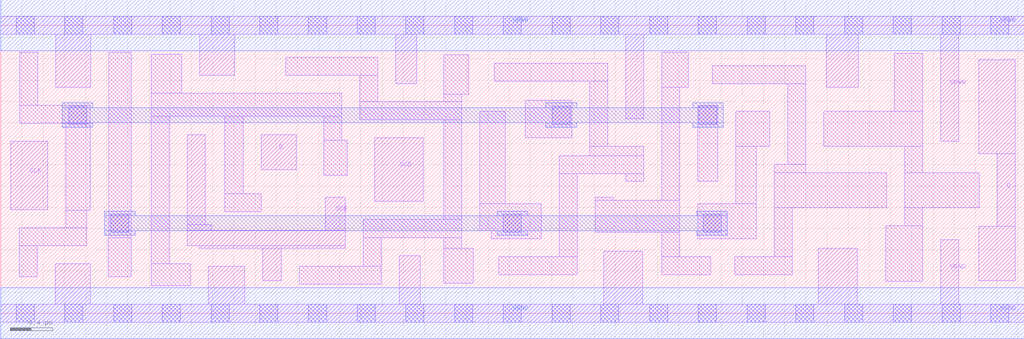
<source format=lef>
# Copyright 2020 The SkyWater PDK Authors
#
# Licensed under the Apache License, Version 2.0 (the "License");
# you may not use this file except in compliance with the License.
# You may obtain a copy of the License at
#
#     https://www.apache.org/licenses/LICENSE-2.0
#
# Unless required by applicable law or agreed to in writing, software
# distributed under the License is distributed on an "AS IS" BASIS,
# WITHOUT WARRANTIES OR CONDITIONS OF ANY KIND, either express or implied.
# See the License for the specific language governing permissions and
# limitations under the License.
#
# SPDX-License-Identifier: Apache-2.0

VERSION 5.7 ;
  NAMESCASESENSITIVE ON ;
  NOWIREEXTENSIONATPIN ON ;
  DIVIDERCHAR "/" ;
  BUSBITCHARS "[]" ;
UNITS
  DATABASE MICRONS 200 ;
END UNITS
MACRO sky130_fd_sc_hd__sdfxtp_1
  CLASS CORE ;
  SOURCE USER ;
  FOREIGN sky130_fd_sc_hd__sdfxtp_1 ;
  ORIGIN  0.000000  0.000000 ;
  SIZE  9.660000 BY  2.720000 ;
  SYMMETRY X Y R90 ;
  SITE unithd ;
  PIN D
    ANTENNAGATEAREA  0.159000 ;
    DIRECTION INPUT ;
    USE SIGNAL ;
    PORT
      LAYER li1 ;
        RECT 2.460000 1.355000 2.790000 1.685000 ;
    END
  END D
  PIN Q
    ANTENNADIFFAREA  0.429000 ;
    DIRECTION OUTPUT ;
    USE SIGNAL ;
    PORT
      LAYER li1 ;
        RECT 9.230000 0.305000 9.575000 0.820000 ;
        RECT 9.230000 1.505000 9.575000 2.395000 ;
        RECT 9.405000 0.820000 9.575000 1.505000 ;
    END
  END Q
  PIN SCD
    ANTENNAGATEAREA  0.159000 ;
    DIRECTION INPUT ;
    USE SIGNAL ;
    PORT
      LAYER li1 ;
        RECT 3.530000 1.055000 3.990000 1.655000 ;
    END
  END SCD
  PIN SCE
    ANTENNAGATEAREA  0.318000 ;
    DIRECTION INPUT ;
    USE SIGNAL ;
    PORT
      LAYER li1 ;
        RECT 1.760000 0.635000 3.250000 0.785000 ;
        RECT 1.760000 0.785000 1.990000 0.835000 ;
        RECT 1.760000 0.835000 1.930000 1.685000 ;
        RECT 1.870000 0.615000 3.250000 0.635000 ;
        RECT 2.475000 0.305000 2.650000 0.615000 ;
        RECT 3.065000 0.785000 3.250000 1.095000 ;
    END
  END SCE
  PIN CLK
    ANTENNAGATEAREA  0.159000 ;
    DIRECTION INPUT ;
    USE CLOCK ;
    PORT
      LAYER li1 ;
        RECT 0.095000 0.975000 0.445000 1.625000 ;
    END
  END CLK
  PIN VGND
    DIRECTION INOUT ;
    SHAPE ABUTMENT ;
    USE GROUND ;
    PORT
      LAYER li1 ;
        RECT 0.000000 -0.085000 9.660000 0.085000 ;
        RECT 0.515000  0.085000 0.845000 0.465000 ;
        RECT 1.960000  0.085000 2.305000 0.445000 ;
        RECT 3.760000  0.085000 3.960000 0.545000 ;
        RECT 5.690000  0.085000 6.060000 0.585000 ;
        RECT 7.715000  0.085000 8.085000 0.615000 ;
        RECT 8.875000  0.085000 9.045000 0.695000 ;
      LAYER mcon ;
        RECT 0.145000 -0.085000 0.315000 0.085000 ;
        RECT 0.605000 -0.085000 0.775000 0.085000 ;
        RECT 1.065000 -0.085000 1.235000 0.085000 ;
        RECT 1.525000 -0.085000 1.695000 0.085000 ;
        RECT 1.985000 -0.085000 2.155000 0.085000 ;
        RECT 2.445000 -0.085000 2.615000 0.085000 ;
        RECT 2.905000 -0.085000 3.075000 0.085000 ;
        RECT 3.365000 -0.085000 3.535000 0.085000 ;
        RECT 3.825000 -0.085000 3.995000 0.085000 ;
        RECT 4.285000 -0.085000 4.455000 0.085000 ;
        RECT 4.745000 -0.085000 4.915000 0.085000 ;
        RECT 5.205000 -0.085000 5.375000 0.085000 ;
        RECT 5.665000 -0.085000 5.835000 0.085000 ;
        RECT 6.125000 -0.085000 6.295000 0.085000 ;
        RECT 6.585000 -0.085000 6.755000 0.085000 ;
        RECT 7.045000 -0.085000 7.215000 0.085000 ;
        RECT 7.505000 -0.085000 7.675000 0.085000 ;
        RECT 7.965000 -0.085000 8.135000 0.085000 ;
        RECT 8.425000 -0.085000 8.595000 0.085000 ;
        RECT 8.885000 -0.085000 9.055000 0.085000 ;
        RECT 9.345000 -0.085000 9.515000 0.085000 ;
      LAYER met1 ;
        RECT 0.000000 -0.240000 9.660000 0.240000 ;
    END
  END VGND
  PIN VPWR
    DIRECTION INOUT ;
    SHAPE ABUTMENT ;
    USE POWER ;
    PORT
      LAYER li1 ;
        RECT 0.000000 2.635000 9.660000 2.805000 ;
        RECT 0.520000 2.135000 0.850000 2.635000 ;
        RECT 1.880000 2.245000 2.210000 2.635000 ;
        RECT 3.730000 2.165000 3.925000 2.635000 ;
        RECT 5.900000 1.835000 6.070000 2.635000 ;
        RECT 7.790000 2.135000 8.095000 2.635000 ;
        RECT 8.875000 1.625000 9.045000 2.635000 ;
      LAYER mcon ;
        RECT 0.145000 2.635000 0.315000 2.805000 ;
        RECT 0.605000 2.635000 0.775000 2.805000 ;
        RECT 1.065000 2.635000 1.235000 2.805000 ;
        RECT 1.525000 2.635000 1.695000 2.805000 ;
        RECT 1.985000 2.635000 2.155000 2.805000 ;
        RECT 2.445000 2.635000 2.615000 2.805000 ;
        RECT 2.905000 2.635000 3.075000 2.805000 ;
        RECT 3.365000 2.635000 3.535000 2.805000 ;
        RECT 3.825000 2.635000 3.995000 2.805000 ;
        RECT 4.285000 2.635000 4.455000 2.805000 ;
        RECT 4.745000 2.635000 4.915000 2.805000 ;
        RECT 5.205000 2.635000 5.375000 2.805000 ;
        RECT 5.665000 2.635000 5.835000 2.805000 ;
        RECT 6.125000 2.635000 6.295000 2.805000 ;
        RECT 6.585000 2.635000 6.755000 2.805000 ;
        RECT 7.045000 2.635000 7.215000 2.805000 ;
        RECT 7.505000 2.635000 7.675000 2.805000 ;
        RECT 7.965000 2.635000 8.135000 2.805000 ;
        RECT 8.425000 2.635000 8.595000 2.805000 ;
        RECT 8.885000 2.635000 9.055000 2.805000 ;
        RECT 9.345000 2.635000 9.515000 2.805000 ;
      LAYER met1 ;
        RECT 0.000000 2.480000 9.660000 2.960000 ;
    END
  END VPWR
  OBS
    LAYER li1 ;
      RECT 0.175000 0.345000 0.345000 0.635000 ;
      RECT 0.175000 0.635000 0.810000 0.805000 ;
      RECT 0.180000 1.795000 0.845000 1.965000 ;
      RECT 0.180000 1.965000 0.350000 2.465000 ;
      RECT 0.615000 0.805000 0.810000 0.970000 ;
      RECT 0.615000 0.970000 0.845000 1.795000 ;
      RECT 1.015000 0.345000 1.230000 0.715000 ;
      RECT 1.020000 0.715000 1.230000 2.465000 ;
      RECT 1.420000 0.260000 1.790000 0.465000 ;
      RECT 1.420000 0.465000 1.590000 1.860000 ;
      RECT 1.420000 1.860000 3.220000 2.075000 ;
      RECT 1.420000 2.075000 1.710000 2.445000 ;
      RECT 2.115000 0.960000 2.460000 1.130000 ;
      RECT 2.115000 1.130000 2.290000 1.860000 ;
      RECT 2.690000 2.245000 3.560000 2.415000 ;
      RECT 2.820000 0.275000 3.590000 0.445000 ;
      RECT 3.050000 1.305000 3.270000 1.635000 ;
      RECT 3.050000 1.635000 3.220000 1.860000 ;
      RECT 3.390000 1.825000 4.350000 1.995000 ;
      RECT 3.390000 1.995000 3.560000 2.245000 ;
      RECT 3.420000 0.445000 3.590000 0.715000 ;
      RECT 3.420000 0.715000 4.350000 0.885000 ;
      RECT 4.180000 0.285000 4.460000 0.615000 ;
      RECT 4.180000 0.615000 4.350000 0.715000 ;
      RECT 4.180000 0.885000 4.350000 1.825000 ;
      RECT 4.180000 1.995000 4.350000 2.065000 ;
      RECT 4.180000 2.065000 4.420000 2.440000 ;
      RECT 4.520000 0.780000 5.100000 1.035000 ;
      RECT 4.520000 1.035000 4.760000 1.905000 ;
      RECT 4.630000 0.705000 5.100000 0.780000 ;
      RECT 4.660000 2.190000 5.730000 2.360000 ;
      RECT 4.700000 0.365000 5.440000 0.535000 ;
      RECT 4.950000 1.655000 5.390000 2.010000 ;
      RECT 5.270000 0.535000 5.440000 1.315000 ;
      RECT 5.270000 1.315000 6.070000 1.485000 ;
      RECT 5.560000 1.485000 6.070000 1.575000 ;
      RECT 5.560000 1.575000 5.730000 2.190000 ;
      RECT 5.610000 0.765000 6.410000 1.065000 ;
      RECT 5.610000 1.065000 5.780000 1.095000 ;
      RECT 5.900000 1.245000 6.070000 1.315000 ;
      RECT 6.240000 0.365000 6.700000 0.535000 ;
      RECT 6.240000 0.535000 6.410000 0.765000 ;
      RECT 6.240000 1.065000 6.410000 2.135000 ;
      RECT 6.240000 2.135000 6.490000 2.465000 ;
      RECT 6.580000 0.705000 7.130000 1.035000 ;
      RECT 6.580000 1.245000 6.770000 1.965000 ;
      RECT 6.715000 2.165000 7.600000 2.335000 ;
      RECT 6.930000 0.365000 7.470000 0.535000 ;
      RECT 6.940000 1.035000 7.130000 1.575000 ;
      RECT 6.940000 1.575000 7.260000 1.905000 ;
      RECT 7.300000 0.535000 7.470000 0.995000 ;
      RECT 7.300000 0.995000 8.365000 1.325000 ;
      RECT 7.300000 1.325000 7.600000 1.405000 ;
      RECT 7.430000 1.405000 7.600000 2.165000 ;
      RECT 7.770000 1.575000 8.705000 1.905000 ;
      RECT 8.355000 0.300000 8.705000 0.825000 ;
      RECT 8.435000 1.905000 8.705000 2.455000 ;
      RECT 8.535000 0.825000 8.705000 0.995000 ;
      RECT 8.535000 0.995000 9.235000 1.325000 ;
      RECT 8.535000 1.325000 8.705000 1.575000 ;
    LAYER mcon ;
      RECT 0.640000 1.785000 0.810000 1.955000 ;
      RECT 1.040000 0.765000 1.210000 0.935000 ;
      RECT 4.745000 0.765000 4.915000 0.935000 ;
      RECT 5.205000 1.785000 5.375000 1.955000 ;
      RECT 6.590000 1.785000 6.760000 1.955000 ;
      RECT 6.630000 0.765000 6.800000 0.935000 ;
    LAYER met1 ;
      RECT 0.580000 1.755000 0.870000 1.800000 ;
      RECT 0.580000 1.800000 6.820000 1.940000 ;
      RECT 0.580000 1.940000 0.870000 1.985000 ;
      RECT 0.980000 0.735000 1.270000 0.780000 ;
      RECT 0.980000 0.780000 6.860000 0.920000 ;
      RECT 0.980000 0.920000 1.270000 0.965000 ;
      RECT 4.685000 0.735000 4.975000 0.780000 ;
      RECT 4.685000 0.920000 4.975000 0.965000 ;
      RECT 5.145000 1.755000 5.435000 1.800000 ;
      RECT 5.145000 1.940000 5.435000 1.985000 ;
      RECT 6.530000 1.755000 6.820000 1.800000 ;
      RECT 6.530000 1.940000 6.820000 1.985000 ;
      RECT 6.570000 0.735000 6.860000 0.780000 ;
      RECT 6.570000 0.920000 6.860000 0.965000 ;
  END
END sky130_fd_sc_hd__sdfxtp_1

</source>
